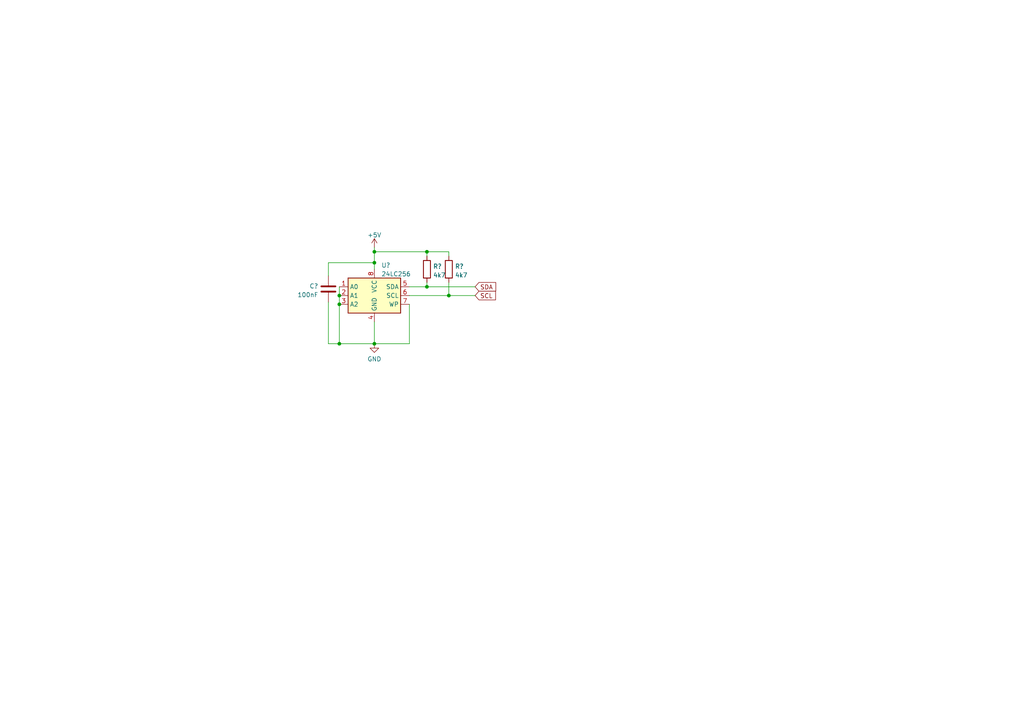
<source format=kicad_sch>
(kicad_sch (version 20211123) (generator eeschema)
  (paper "A4")
  (lib_symbols
    (symbol "Device:C" (pin_numbers hide) (pin_names (offset 0.254))
      (property "Reference" "C" (at 0.635 2.54 0))
      (property "Value" "C" (at 0.635 -2.54 0))
      (symbol "C_0_1"
        (polyline (pts (xy -2.032 -0.762) (xy 2.032 -0.762)) (stroke (width 0.508)))
        (polyline (pts (xy -2.032 0.762) (xy 2.032 0.762)) (stroke (width 0.508)))
      )
      (symbol "C_1_1"
        (pin passive line (at 0 3.81 270) (length 2.794) (name "~") (number "1"))
        (pin passive line (at 0 -3.81 90) (length 2.794) (name "~") (number "2"))
      )
    )
    (symbol "Device:R" (pin_numbers hide) (pin_names (offset 0))
      (property "Reference" "R" (at 2.032 0 90))
      (property "Value" "R" (at 0 0 90))
      (symbol "R_0_1"
        (rectangle (start -1.016 -2.54) (end 1.016 2.54) (stroke (width 0.254)))
      )
      (symbol "R_1_1"
        (pin passive line (at 0 3.81 270) (length 1.27) (name "~") (number "1"))
        (pin passive line (at 0 -3.81 90) (length 1.27) (name "~") (number "2"))
      )
    )
    (symbol "Memory_EEPROM:24LC256"
      (property "Reference" "U" (at -6.35 6.35 0))
      (property "Value" "24LC256" (at 1.27 6.35 0))
      (symbol "24LC256_1_1"
        (rectangle (start -7.62 5.08) (end 7.62 -5.08) (stroke (width 0.254)) (fill (type background)))
        (pin input line (at -10.16 2.54 0) (length 2.54) (name "A0") (number "1"))
        (pin input line (at -10.16 0 0) (length 2.54) (name "A1") (number "2"))
        (pin input line (at -10.16 -2.54 0) (length 2.54) (name "A2") (number "3"))
        (pin power_in line (at 0 -7.62 90) (length 2.54) (name "GND") (number "4"))
        (pin bidirectional line (at 10.16 2.54 180) (length 2.54) (name "SDA") (number "5"))
        (pin input line (at 10.16 0 180) (length 2.54) (name "SCL") (number "6"))
        (pin input line (at 10.16 -2.54 180) (length 2.54) (name "WP") (number "7"))
        (pin power_in line (at 0 7.62 270) (length 2.54) (name "VCC") (number "8"))
      )
    )
    (symbol "power:+5V" (power) (pin_names (offset 0))
      (property "Value" "+5V" (at 0 3.556 0))
      (symbol "+5V_0_1"
        (polyline (pts (xy -0.762 1.27) (xy 0 2.54)))
        (polyline (pts (xy 0 0) (xy 0 2.54)))
        (polyline (pts (xy 0 2.54) (xy 0.762 1.27)))
      )
      (symbol "+5V_1_1"
        (pin power_in line (at 0 0 90) (length 0) hide (name "+5V") (number "1"))
      )
    )
    (symbol "power:GND" (power) (pin_names (offset 0))
      (property "Value" "GND" (at 0 -3.81 0))
      (symbol "GND_0_1"
        (polyline (pts (xy 0 0) (xy 0 -1.27) (xy 1.27 -1.27) (xy 0 -2.54) (xy -1.27 -1.27) (xy 0 -1.27)))
      )
      (symbol "GND_1_1"
        (pin power_in line (at 0 0 270) (length 0) hide (name "GND") (number "1"))
      )
    )
  )
  (junction (at 130.175 85.725))
  (junction (at 98.425 88.265))
  (junction (at 108.585 76.2))
  (junction (at 108.585 99.695))
  (junction (at 98.425 99.695))
  (junction (at 123.825 83.185))
  (junction (at 108.585 73.025))
  (junction (at 98.425 85.725))
  (junction (at 123.825 73.025))
  (wire (pts (xy 108.585 71.755) (xy 108.585 73.025)))
  (wire (pts (xy 95.25 80.01) (xy 95.25 76.2)))
  (wire (pts (xy 130.175 85.725) (xy 137.795 85.725)))
  (wire (pts (xy 118.745 88.265) (xy 118.745 99.695)))
  (wire (pts (xy 118.745 83.185) (xy 123.825 83.185)))
  (wire (pts (xy 123.825 81.915) (xy 123.825 83.185)))
  (wire (pts (xy 98.425 83.185) (xy 98.425 85.725)))
  (wire (pts (xy 108.585 73.025) (xy 108.585 76.2)))
  (wire (pts (xy 98.425 85.725) (xy 98.425 88.265)))
  (wire (pts (xy 130.175 74.295) (xy 130.175 73.025)))
  (wire (pts (xy 130.175 81.915) (xy 130.175 85.725)))
  (wire (pts (xy 108.585 73.025) (xy 123.825 73.025)))
  (wire (pts (xy 95.25 76.2) (xy 108.585 76.2)))
  (wire (pts (xy 98.425 99.695) (xy 108.585 99.695)))
  (wire (pts (xy 95.25 87.63) (xy 95.25 99.695)))
  (wire (pts (xy 108.585 76.2) (xy 108.585 78.105)))
  (wire (pts (xy 130.175 73.025) (xy 123.825 73.025)))
  (wire (pts (xy 123.825 83.185) (xy 137.795 83.185)))
  (wire (pts (xy 123.825 73.025) (xy 123.825 74.295)))
  (wire (pts (xy 108.585 93.345) (xy 108.585 99.695)))
  (wire (pts (xy 118.745 99.695) (xy 108.585 99.695)))
  (wire (pts (xy 95.25 99.695) (xy 98.425 99.695)))
  (wire (pts (xy 118.745 85.725) (xy 130.175 85.725)))
  (wire (pts (xy 98.425 88.265) (xy 98.425 99.695)))
  (global_label "SDA" (shape input) (at 137.795 83.185 0) (property "Intersheet References" "${INTERSHEET_REFS}" (effects hide)))
  (global_label "SCL" (shape input) (at 137.795 85.725 0) (property "Intersheet References" "${INTERSHEET_REFS}" (effects hide)))
  (symbol (lib_id "power:GND") (at 108.585 99.695 0) (unit 1)
    (property "Reference" "#PWR?" (effects hide))
    (property "Value" "GND" (at 108.585 104.1384 0))
  )
  (symbol (lib_id "power:+5V") (at 108.585 71.755 0) (unit 1)
    (property "Reference" "#PWR?" (effects hide))
    (property "Value" "+5V" (at 108.585 68.1792 0))
  )
  (symbol (lib_id "Memory_EEPROM:24LC256") (at 108.585 85.725 0) (unit 1)
    (property "Reference" "U?" (at 110.6044 76.9452 0) (effects (justify left)))
    (property "Value" "24LC256" (at 110.6044 79.4821 0) (effects (justify left)))
    (property "Footprint" "Package_SO:SOIC-8_3.9x4.9mm_P1.27mm" (effects hide))
    (property "Datasheet" "http://ww1.microchip.com/downloads/en/devicedoc/21203m.pdf" (effects hide))
    (property "JLCPCB Part#" "C2987263" (effects hide))
  )
  (symbol (lib_id "Device:R") (at 123.825 78.105 0) (unit 1)
    (property "Reference" "R?" (at 125.603 77.2703 0) (effects (justify left)))
    (property "Value" "4k7" (at 125.603 79.8072 0) (effects (justify left)))
    (property "Footprint" "Resistor_SMD:R_0603_1608Metric" (effects hide))
    (property "JLCPCB Part#" "C23162" (effects hide))
  )
  (symbol (lib_id "Device:C") (at 95.25 83.82 0) (mirror x) (unit 1)
    (property "Reference" "C?" (at 92.329 82.9853 0) (effects (justify right)))
    (property "Value" "100nF" (at 92.329 85.5222 0) (effects (justify right)))
    (property "Footprint" "Capacitor_SMD:C_0603_1608Metric_Pad1.08x0.95mm_HandSolder" (effects hide))
    (property "JLCPCB Part#" "C14663" (effects hide))
  )
  (symbol (lib_id "Device:R") (at 130.175 78.105 0) (unit 1)
    (property "Reference" "R?" (at 131.953 77.2703 0) (effects (justify left)))
    (property "Value" "4k7" (at 131.953 79.8072 0) (effects (justify left)))
    (property "Footprint" "Resistor_SMD:R_0603_1608Metric" (effects hide))
    (property "JLCPCB Part#" "C23162" (effects hide))
  )
)
</source>
